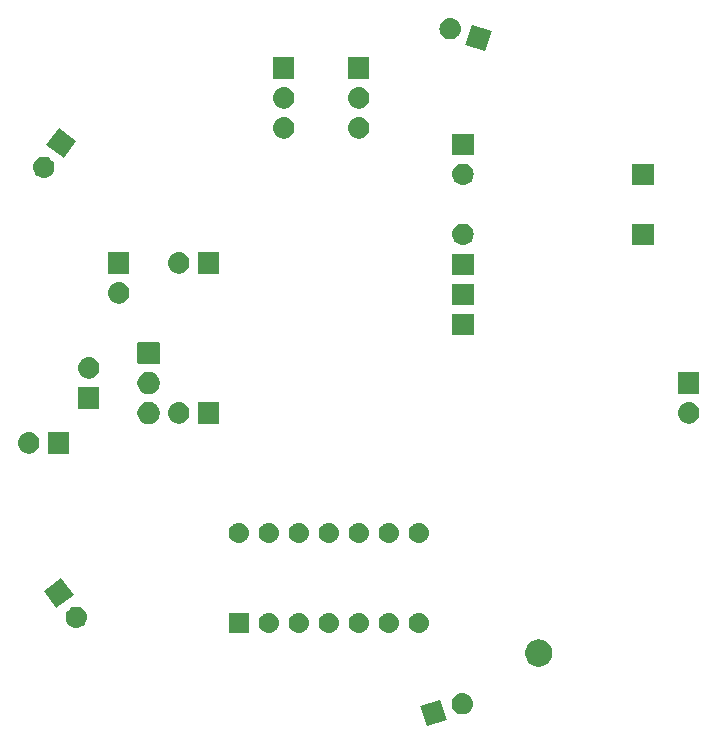
<source format=gts>
G04 #@! TF.GenerationSoftware,KiCad,Pcbnew,(5.1.4)-1*
G04 #@! TF.CreationDate,2021-11-17T10:26:50+00:00*
G04 #@! TF.ProjectId,3Pi_IRComms_v1,3350695f-4952-4436-9f6d-6d735f76312e,rev?*
G04 #@! TF.SameCoordinates,Original*
G04 #@! TF.FileFunction,Soldermask,Top*
G04 #@! TF.FilePolarity,Negative*
%FSLAX46Y46*%
G04 Gerber Fmt 4.6, Leading zero omitted, Abs format (unit mm)*
G04 Created by KiCad (PCBNEW (5.1.4)-1) date 2021-11-17 10:26:50*
%MOMM*%
%LPD*%
G04 APERTURE LIST*
%ADD10C,0.150000*%
G04 APERTURE END LIST*
D10*
G36*
X114165326Y-121228478D02*
G01*
X112451522Y-121785326D01*
X111894674Y-120071522D01*
X113608478Y-119514674D01*
X114165326Y-121228478D01*
X114165326Y-121228478D01*
G37*
G36*
X115556127Y-118970616D02*
G01*
X115622311Y-118977134D01*
X115792150Y-119028654D01*
X115948675Y-119112319D01*
X115984413Y-119141649D01*
X116085870Y-119224911D01*
X116169132Y-119326368D01*
X116198462Y-119362106D01*
X116282127Y-119518631D01*
X116333647Y-119688470D01*
X116351043Y-119865097D01*
X116333647Y-120041724D01*
X116282127Y-120211563D01*
X116198462Y-120368088D01*
X116169132Y-120403826D01*
X116085870Y-120505283D01*
X115984413Y-120588545D01*
X115948675Y-120617875D01*
X115792150Y-120701540D01*
X115622311Y-120753060D01*
X115556127Y-120759578D01*
X115489944Y-120766097D01*
X115401424Y-120766097D01*
X115335241Y-120759578D01*
X115269057Y-120753060D01*
X115099218Y-120701540D01*
X114942693Y-120617875D01*
X114906955Y-120588545D01*
X114805498Y-120505283D01*
X114722236Y-120403826D01*
X114692906Y-120368088D01*
X114609241Y-120211563D01*
X114557721Y-120041724D01*
X114540325Y-119865097D01*
X114557721Y-119688470D01*
X114609241Y-119518631D01*
X114692906Y-119362106D01*
X114722236Y-119326368D01*
X114805498Y-119224911D01*
X114906955Y-119141649D01*
X114942693Y-119112319D01*
X115099218Y-119028654D01*
X115269057Y-118977134D01*
X115335241Y-118970616D01*
X115401424Y-118964097D01*
X115489944Y-118964097D01*
X115556127Y-118970616D01*
X115556127Y-118970616D01*
G37*
G36*
X122144549Y-114441116D02*
G01*
X122255734Y-114463232D01*
X122465203Y-114549997D01*
X122653720Y-114675960D01*
X122814040Y-114836280D01*
X122940003Y-115024797D01*
X123026768Y-115234266D01*
X123071000Y-115456636D01*
X123071000Y-115683364D01*
X123026768Y-115905734D01*
X122940003Y-116115203D01*
X122814040Y-116303720D01*
X122653720Y-116464040D01*
X122465203Y-116590003D01*
X122255734Y-116676768D01*
X122144549Y-116698884D01*
X122033365Y-116721000D01*
X121806635Y-116721000D01*
X121695451Y-116698884D01*
X121584266Y-116676768D01*
X121374797Y-116590003D01*
X121186280Y-116464040D01*
X121025960Y-116303720D01*
X120899997Y-116115203D01*
X120813232Y-115905734D01*
X120769000Y-115683364D01*
X120769000Y-115456636D01*
X120813232Y-115234266D01*
X120899997Y-115024797D01*
X121025960Y-114836280D01*
X121186280Y-114675960D01*
X121374797Y-114549997D01*
X121584266Y-114463232D01*
X121695451Y-114441116D01*
X121806635Y-114419000D01*
X122033365Y-114419000D01*
X122144549Y-114441116D01*
X122144549Y-114441116D01*
G37*
G36*
X104306823Y-112191313D02*
G01*
X104467242Y-112239976D01*
X104599906Y-112310886D01*
X104615078Y-112318996D01*
X104744659Y-112425341D01*
X104851004Y-112554922D01*
X104851005Y-112554924D01*
X104930024Y-112702758D01*
X104930025Y-112702761D01*
X104939083Y-112732620D01*
X104978687Y-112863177D01*
X104995117Y-113030000D01*
X104978687Y-113196823D01*
X104930024Y-113357242D01*
X104859114Y-113489906D01*
X104851004Y-113505078D01*
X104744659Y-113634659D01*
X104615078Y-113741004D01*
X104615076Y-113741005D01*
X104467242Y-113820024D01*
X104306823Y-113868687D01*
X104181804Y-113881000D01*
X104098196Y-113881000D01*
X103973177Y-113868687D01*
X103812758Y-113820024D01*
X103664924Y-113741005D01*
X103664922Y-113741004D01*
X103535341Y-113634659D01*
X103428996Y-113505078D01*
X103420886Y-113489906D01*
X103349976Y-113357242D01*
X103301313Y-113196823D01*
X103284883Y-113030000D01*
X103301313Y-112863177D01*
X103340917Y-112732620D01*
X103349975Y-112702761D01*
X103349976Y-112702758D01*
X103428995Y-112554924D01*
X103428996Y-112554922D01*
X103535341Y-112425341D01*
X103664922Y-112318996D01*
X103680094Y-112310886D01*
X103812758Y-112239976D01*
X103973177Y-112191313D01*
X104098196Y-112179000D01*
X104181804Y-112179000D01*
X104306823Y-112191313D01*
X104306823Y-112191313D01*
G37*
G36*
X111926823Y-112191313D02*
G01*
X112087242Y-112239976D01*
X112219906Y-112310886D01*
X112235078Y-112318996D01*
X112364659Y-112425341D01*
X112471004Y-112554922D01*
X112471005Y-112554924D01*
X112550024Y-112702758D01*
X112550025Y-112702761D01*
X112559083Y-112732620D01*
X112598687Y-112863177D01*
X112615117Y-113030000D01*
X112598687Y-113196823D01*
X112550024Y-113357242D01*
X112479114Y-113489906D01*
X112471004Y-113505078D01*
X112364659Y-113634659D01*
X112235078Y-113741004D01*
X112235076Y-113741005D01*
X112087242Y-113820024D01*
X111926823Y-113868687D01*
X111801804Y-113881000D01*
X111718196Y-113881000D01*
X111593177Y-113868687D01*
X111432758Y-113820024D01*
X111284924Y-113741005D01*
X111284922Y-113741004D01*
X111155341Y-113634659D01*
X111048996Y-113505078D01*
X111040886Y-113489906D01*
X110969976Y-113357242D01*
X110921313Y-113196823D01*
X110904883Y-113030000D01*
X110921313Y-112863177D01*
X110960917Y-112732620D01*
X110969975Y-112702761D01*
X110969976Y-112702758D01*
X111048995Y-112554924D01*
X111048996Y-112554922D01*
X111155341Y-112425341D01*
X111284922Y-112318996D01*
X111300094Y-112310886D01*
X111432758Y-112239976D01*
X111593177Y-112191313D01*
X111718196Y-112179000D01*
X111801804Y-112179000D01*
X111926823Y-112191313D01*
X111926823Y-112191313D01*
G37*
G36*
X109386823Y-112191313D02*
G01*
X109547242Y-112239976D01*
X109679906Y-112310886D01*
X109695078Y-112318996D01*
X109824659Y-112425341D01*
X109931004Y-112554922D01*
X109931005Y-112554924D01*
X110010024Y-112702758D01*
X110010025Y-112702761D01*
X110019083Y-112732620D01*
X110058687Y-112863177D01*
X110075117Y-113030000D01*
X110058687Y-113196823D01*
X110010024Y-113357242D01*
X109939114Y-113489906D01*
X109931004Y-113505078D01*
X109824659Y-113634659D01*
X109695078Y-113741004D01*
X109695076Y-113741005D01*
X109547242Y-113820024D01*
X109386823Y-113868687D01*
X109261804Y-113881000D01*
X109178196Y-113881000D01*
X109053177Y-113868687D01*
X108892758Y-113820024D01*
X108744924Y-113741005D01*
X108744922Y-113741004D01*
X108615341Y-113634659D01*
X108508996Y-113505078D01*
X108500886Y-113489906D01*
X108429976Y-113357242D01*
X108381313Y-113196823D01*
X108364883Y-113030000D01*
X108381313Y-112863177D01*
X108420917Y-112732620D01*
X108429975Y-112702761D01*
X108429976Y-112702758D01*
X108508995Y-112554924D01*
X108508996Y-112554922D01*
X108615341Y-112425341D01*
X108744922Y-112318996D01*
X108760094Y-112310886D01*
X108892758Y-112239976D01*
X109053177Y-112191313D01*
X109178196Y-112179000D01*
X109261804Y-112179000D01*
X109386823Y-112191313D01*
X109386823Y-112191313D01*
G37*
G36*
X106846823Y-112191313D02*
G01*
X107007242Y-112239976D01*
X107139906Y-112310886D01*
X107155078Y-112318996D01*
X107284659Y-112425341D01*
X107391004Y-112554922D01*
X107391005Y-112554924D01*
X107470024Y-112702758D01*
X107470025Y-112702761D01*
X107479083Y-112732620D01*
X107518687Y-112863177D01*
X107535117Y-113030000D01*
X107518687Y-113196823D01*
X107470024Y-113357242D01*
X107399114Y-113489906D01*
X107391004Y-113505078D01*
X107284659Y-113634659D01*
X107155078Y-113741004D01*
X107155076Y-113741005D01*
X107007242Y-113820024D01*
X106846823Y-113868687D01*
X106721804Y-113881000D01*
X106638196Y-113881000D01*
X106513177Y-113868687D01*
X106352758Y-113820024D01*
X106204924Y-113741005D01*
X106204922Y-113741004D01*
X106075341Y-113634659D01*
X105968996Y-113505078D01*
X105960886Y-113489906D01*
X105889976Y-113357242D01*
X105841313Y-113196823D01*
X105824883Y-113030000D01*
X105841313Y-112863177D01*
X105880917Y-112732620D01*
X105889975Y-112702761D01*
X105889976Y-112702758D01*
X105968995Y-112554924D01*
X105968996Y-112554922D01*
X106075341Y-112425341D01*
X106204922Y-112318996D01*
X106220094Y-112310886D01*
X106352758Y-112239976D01*
X106513177Y-112191313D01*
X106638196Y-112179000D01*
X106721804Y-112179000D01*
X106846823Y-112191313D01*
X106846823Y-112191313D01*
G37*
G36*
X101766823Y-112191313D02*
G01*
X101927242Y-112239976D01*
X102059906Y-112310886D01*
X102075078Y-112318996D01*
X102204659Y-112425341D01*
X102311004Y-112554922D01*
X102311005Y-112554924D01*
X102390024Y-112702758D01*
X102390025Y-112702761D01*
X102399083Y-112732620D01*
X102438687Y-112863177D01*
X102455117Y-113030000D01*
X102438687Y-113196823D01*
X102390024Y-113357242D01*
X102319114Y-113489906D01*
X102311004Y-113505078D01*
X102204659Y-113634659D01*
X102075078Y-113741004D01*
X102075076Y-113741005D01*
X101927242Y-113820024D01*
X101766823Y-113868687D01*
X101641804Y-113881000D01*
X101558196Y-113881000D01*
X101433177Y-113868687D01*
X101272758Y-113820024D01*
X101124924Y-113741005D01*
X101124922Y-113741004D01*
X100995341Y-113634659D01*
X100888996Y-113505078D01*
X100880886Y-113489906D01*
X100809976Y-113357242D01*
X100761313Y-113196823D01*
X100744883Y-113030000D01*
X100761313Y-112863177D01*
X100800917Y-112732620D01*
X100809975Y-112702761D01*
X100809976Y-112702758D01*
X100888995Y-112554924D01*
X100888996Y-112554922D01*
X100995341Y-112425341D01*
X101124922Y-112318996D01*
X101140094Y-112310886D01*
X101272758Y-112239976D01*
X101433177Y-112191313D01*
X101558196Y-112179000D01*
X101641804Y-112179000D01*
X101766823Y-112191313D01*
X101766823Y-112191313D01*
G37*
G36*
X99226823Y-112191313D02*
G01*
X99387242Y-112239976D01*
X99519906Y-112310886D01*
X99535078Y-112318996D01*
X99664659Y-112425341D01*
X99771004Y-112554922D01*
X99771005Y-112554924D01*
X99850024Y-112702758D01*
X99850025Y-112702761D01*
X99859083Y-112732620D01*
X99898687Y-112863177D01*
X99915117Y-113030000D01*
X99898687Y-113196823D01*
X99850024Y-113357242D01*
X99779114Y-113489906D01*
X99771004Y-113505078D01*
X99664659Y-113634659D01*
X99535078Y-113741004D01*
X99535076Y-113741005D01*
X99387242Y-113820024D01*
X99226823Y-113868687D01*
X99101804Y-113881000D01*
X99018196Y-113881000D01*
X98893177Y-113868687D01*
X98732758Y-113820024D01*
X98584924Y-113741005D01*
X98584922Y-113741004D01*
X98455341Y-113634659D01*
X98348996Y-113505078D01*
X98340886Y-113489906D01*
X98269976Y-113357242D01*
X98221313Y-113196823D01*
X98204883Y-113030000D01*
X98221313Y-112863177D01*
X98260917Y-112732620D01*
X98269975Y-112702761D01*
X98269976Y-112702758D01*
X98348995Y-112554924D01*
X98348996Y-112554922D01*
X98455341Y-112425341D01*
X98584922Y-112318996D01*
X98600094Y-112310886D01*
X98732758Y-112239976D01*
X98893177Y-112191313D01*
X99018196Y-112179000D01*
X99101804Y-112179000D01*
X99226823Y-112191313D01*
X99226823Y-112191313D01*
G37*
G36*
X97371000Y-113881000D02*
G01*
X95669000Y-113881000D01*
X95669000Y-112179000D01*
X97371000Y-112179000D01*
X97371000Y-113881000D01*
X97371000Y-113881000D01*
G37*
G36*
X82883417Y-111650421D02*
G01*
X82949602Y-111656940D01*
X83119441Y-111708460D01*
X83275966Y-111792125D01*
X83311704Y-111821455D01*
X83413161Y-111904717D01*
X83496423Y-112006174D01*
X83525753Y-112041912D01*
X83609418Y-112198437D01*
X83660938Y-112368276D01*
X83678334Y-112544903D01*
X83660938Y-112721530D01*
X83609418Y-112891369D01*
X83525753Y-113047894D01*
X83496423Y-113083632D01*
X83413161Y-113185089D01*
X83311704Y-113268351D01*
X83275966Y-113297681D01*
X83119441Y-113381346D01*
X82949602Y-113432866D01*
X82883418Y-113439384D01*
X82817235Y-113445903D01*
X82728715Y-113445903D01*
X82662532Y-113439384D01*
X82596348Y-113432866D01*
X82426509Y-113381346D01*
X82269984Y-113297681D01*
X82234246Y-113268351D01*
X82132789Y-113185089D01*
X82049527Y-113083632D01*
X82020197Y-113047894D01*
X81936532Y-112891369D01*
X81885012Y-112721530D01*
X81867616Y-112544903D01*
X81885012Y-112368276D01*
X81936532Y-112198437D01*
X82020197Y-112041912D01*
X82049527Y-112006174D01*
X82132789Y-111904717D01*
X82234246Y-111821455D01*
X82269984Y-111792125D01*
X82426509Y-111708460D01*
X82596348Y-111656940D01*
X82662533Y-111650421D01*
X82728715Y-111643903D01*
X82817235Y-111643903D01*
X82883417Y-111650421D01*
X82883417Y-111650421D01*
G37*
G36*
X82538519Y-110689330D02*
G01*
X81080670Y-111748519D01*
X80021481Y-110290670D01*
X81479330Y-109231481D01*
X82538519Y-110689330D01*
X82538519Y-110689330D01*
G37*
G36*
X111926823Y-104571313D02*
G01*
X112087242Y-104619976D01*
X112219906Y-104690886D01*
X112235078Y-104698996D01*
X112364659Y-104805341D01*
X112471004Y-104934922D01*
X112471005Y-104934924D01*
X112550024Y-105082758D01*
X112598687Y-105243177D01*
X112615117Y-105410000D01*
X112598687Y-105576823D01*
X112550024Y-105737242D01*
X112479114Y-105869906D01*
X112471004Y-105885078D01*
X112364659Y-106014659D01*
X112235078Y-106121004D01*
X112235076Y-106121005D01*
X112087242Y-106200024D01*
X111926823Y-106248687D01*
X111801804Y-106261000D01*
X111718196Y-106261000D01*
X111593177Y-106248687D01*
X111432758Y-106200024D01*
X111284924Y-106121005D01*
X111284922Y-106121004D01*
X111155341Y-106014659D01*
X111048996Y-105885078D01*
X111040886Y-105869906D01*
X110969976Y-105737242D01*
X110921313Y-105576823D01*
X110904883Y-105410000D01*
X110921313Y-105243177D01*
X110969976Y-105082758D01*
X111048995Y-104934924D01*
X111048996Y-104934922D01*
X111155341Y-104805341D01*
X111284922Y-104698996D01*
X111300094Y-104690886D01*
X111432758Y-104619976D01*
X111593177Y-104571313D01*
X111718196Y-104559000D01*
X111801804Y-104559000D01*
X111926823Y-104571313D01*
X111926823Y-104571313D01*
G37*
G36*
X96686823Y-104571313D02*
G01*
X96847242Y-104619976D01*
X96979906Y-104690886D01*
X96995078Y-104698996D01*
X97124659Y-104805341D01*
X97231004Y-104934922D01*
X97231005Y-104934924D01*
X97310024Y-105082758D01*
X97358687Y-105243177D01*
X97375117Y-105410000D01*
X97358687Y-105576823D01*
X97310024Y-105737242D01*
X97239114Y-105869906D01*
X97231004Y-105885078D01*
X97124659Y-106014659D01*
X96995078Y-106121004D01*
X96995076Y-106121005D01*
X96847242Y-106200024D01*
X96686823Y-106248687D01*
X96561804Y-106261000D01*
X96478196Y-106261000D01*
X96353177Y-106248687D01*
X96192758Y-106200024D01*
X96044924Y-106121005D01*
X96044922Y-106121004D01*
X95915341Y-106014659D01*
X95808996Y-105885078D01*
X95800886Y-105869906D01*
X95729976Y-105737242D01*
X95681313Y-105576823D01*
X95664883Y-105410000D01*
X95681313Y-105243177D01*
X95729976Y-105082758D01*
X95808995Y-104934924D01*
X95808996Y-104934922D01*
X95915341Y-104805341D01*
X96044922Y-104698996D01*
X96060094Y-104690886D01*
X96192758Y-104619976D01*
X96353177Y-104571313D01*
X96478196Y-104559000D01*
X96561804Y-104559000D01*
X96686823Y-104571313D01*
X96686823Y-104571313D01*
G37*
G36*
X99226823Y-104571313D02*
G01*
X99387242Y-104619976D01*
X99519906Y-104690886D01*
X99535078Y-104698996D01*
X99664659Y-104805341D01*
X99771004Y-104934922D01*
X99771005Y-104934924D01*
X99850024Y-105082758D01*
X99898687Y-105243177D01*
X99915117Y-105410000D01*
X99898687Y-105576823D01*
X99850024Y-105737242D01*
X99779114Y-105869906D01*
X99771004Y-105885078D01*
X99664659Y-106014659D01*
X99535078Y-106121004D01*
X99535076Y-106121005D01*
X99387242Y-106200024D01*
X99226823Y-106248687D01*
X99101804Y-106261000D01*
X99018196Y-106261000D01*
X98893177Y-106248687D01*
X98732758Y-106200024D01*
X98584924Y-106121005D01*
X98584922Y-106121004D01*
X98455341Y-106014659D01*
X98348996Y-105885078D01*
X98340886Y-105869906D01*
X98269976Y-105737242D01*
X98221313Y-105576823D01*
X98204883Y-105410000D01*
X98221313Y-105243177D01*
X98269976Y-105082758D01*
X98348995Y-104934924D01*
X98348996Y-104934922D01*
X98455341Y-104805341D01*
X98584922Y-104698996D01*
X98600094Y-104690886D01*
X98732758Y-104619976D01*
X98893177Y-104571313D01*
X99018196Y-104559000D01*
X99101804Y-104559000D01*
X99226823Y-104571313D01*
X99226823Y-104571313D01*
G37*
G36*
X109386823Y-104571313D02*
G01*
X109547242Y-104619976D01*
X109679906Y-104690886D01*
X109695078Y-104698996D01*
X109824659Y-104805341D01*
X109931004Y-104934922D01*
X109931005Y-104934924D01*
X110010024Y-105082758D01*
X110058687Y-105243177D01*
X110075117Y-105410000D01*
X110058687Y-105576823D01*
X110010024Y-105737242D01*
X109939114Y-105869906D01*
X109931004Y-105885078D01*
X109824659Y-106014659D01*
X109695078Y-106121004D01*
X109695076Y-106121005D01*
X109547242Y-106200024D01*
X109386823Y-106248687D01*
X109261804Y-106261000D01*
X109178196Y-106261000D01*
X109053177Y-106248687D01*
X108892758Y-106200024D01*
X108744924Y-106121005D01*
X108744922Y-106121004D01*
X108615341Y-106014659D01*
X108508996Y-105885078D01*
X108500886Y-105869906D01*
X108429976Y-105737242D01*
X108381313Y-105576823D01*
X108364883Y-105410000D01*
X108381313Y-105243177D01*
X108429976Y-105082758D01*
X108508995Y-104934924D01*
X108508996Y-104934922D01*
X108615341Y-104805341D01*
X108744922Y-104698996D01*
X108760094Y-104690886D01*
X108892758Y-104619976D01*
X109053177Y-104571313D01*
X109178196Y-104559000D01*
X109261804Y-104559000D01*
X109386823Y-104571313D01*
X109386823Y-104571313D01*
G37*
G36*
X101766823Y-104571313D02*
G01*
X101927242Y-104619976D01*
X102059906Y-104690886D01*
X102075078Y-104698996D01*
X102204659Y-104805341D01*
X102311004Y-104934922D01*
X102311005Y-104934924D01*
X102390024Y-105082758D01*
X102438687Y-105243177D01*
X102455117Y-105410000D01*
X102438687Y-105576823D01*
X102390024Y-105737242D01*
X102319114Y-105869906D01*
X102311004Y-105885078D01*
X102204659Y-106014659D01*
X102075078Y-106121004D01*
X102075076Y-106121005D01*
X101927242Y-106200024D01*
X101766823Y-106248687D01*
X101641804Y-106261000D01*
X101558196Y-106261000D01*
X101433177Y-106248687D01*
X101272758Y-106200024D01*
X101124924Y-106121005D01*
X101124922Y-106121004D01*
X100995341Y-106014659D01*
X100888996Y-105885078D01*
X100880886Y-105869906D01*
X100809976Y-105737242D01*
X100761313Y-105576823D01*
X100744883Y-105410000D01*
X100761313Y-105243177D01*
X100809976Y-105082758D01*
X100888995Y-104934924D01*
X100888996Y-104934922D01*
X100995341Y-104805341D01*
X101124922Y-104698996D01*
X101140094Y-104690886D01*
X101272758Y-104619976D01*
X101433177Y-104571313D01*
X101558196Y-104559000D01*
X101641804Y-104559000D01*
X101766823Y-104571313D01*
X101766823Y-104571313D01*
G37*
G36*
X106846823Y-104571313D02*
G01*
X107007242Y-104619976D01*
X107139906Y-104690886D01*
X107155078Y-104698996D01*
X107284659Y-104805341D01*
X107391004Y-104934922D01*
X107391005Y-104934924D01*
X107470024Y-105082758D01*
X107518687Y-105243177D01*
X107535117Y-105410000D01*
X107518687Y-105576823D01*
X107470024Y-105737242D01*
X107399114Y-105869906D01*
X107391004Y-105885078D01*
X107284659Y-106014659D01*
X107155078Y-106121004D01*
X107155076Y-106121005D01*
X107007242Y-106200024D01*
X106846823Y-106248687D01*
X106721804Y-106261000D01*
X106638196Y-106261000D01*
X106513177Y-106248687D01*
X106352758Y-106200024D01*
X106204924Y-106121005D01*
X106204922Y-106121004D01*
X106075341Y-106014659D01*
X105968996Y-105885078D01*
X105960886Y-105869906D01*
X105889976Y-105737242D01*
X105841313Y-105576823D01*
X105824883Y-105410000D01*
X105841313Y-105243177D01*
X105889976Y-105082758D01*
X105968995Y-104934924D01*
X105968996Y-104934922D01*
X106075341Y-104805341D01*
X106204922Y-104698996D01*
X106220094Y-104690886D01*
X106352758Y-104619976D01*
X106513177Y-104571313D01*
X106638196Y-104559000D01*
X106721804Y-104559000D01*
X106846823Y-104571313D01*
X106846823Y-104571313D01*
G37*
G36*
X104306823Y-104571313D02*
G01*
X104467242Y-104619976D01*
X104599906Y-104690886D01*
X104615078Y-104698996D01*
X104744659Y-104805341D01*
X104851004Y-104934922D01*
X104851005Y-104934924D01*
X104930024Y-105082758D01*
X104978687Y-105243177D01*
X104995117Y-105410000D01*
X104978687Y-105576823D01*
X104930024Y-105737242D01*
X104859114Y-105869906D01*
X104851004Y-105885078D01*
X104744659Y-106014659D01*
X104615078Y-106121004D01*
X104615076Y-106121005D01*
X104467242Y-106200024D01*
X104306823Y-106248687D01*
X104181804Y-106261000D01*
X104098196Y-106261000D01*
X103973177Y-106248687D01*
X103812758Y-106200024D01*
X103664924Y-106121005D01*
X103664922Y-106121004D01*
X103535341Y-106014659D01*
X103428996Y-105885078D01*
X103420886Y-105869906D01*
X103349976Y-105737242D01*
X103301313Y-105576823D01*
X103284883Y-105410000D01*
X103301313Y-105243177D01*
X103349976Y-105082758D01*
X103428995Y-104934924D01*
X103428996Y-104934922D01*
X103535341Y-104805341D01*
X103664922Y-104698996D01*
X103680094Y-104690886D01*
X103812758Y-104619976D01*
X103973177Y-104571313D01*
X104098196Y-104559000D01*
X104181804Y-104559000D01*
X104306823Y-104571313D01*
X104306823Y-104571313D01*
G37*
G36*
X82181000Y-98691000D02*
G01*
X80379000Y-98691000D01*
X80379000Y-96889000D01*
X82181000Y-96889000D01*
X82181000Y-98691000D01*
X82181000Y-98691000D01*
G37*
G36*
X78850442Y-96895518D02*
G01*
X78916627Y-96902037D01*
X79086466Y-96953557D01*
X79242991Y-97037222D01*
X79278729Y-97066552D01*
X79380186Y-97149814D01*
X79463448Y-97251271D01*
X79492778Y-97287009D01*
X79576443Y-97443534D01*
X79627963Y-97613373D01*
X79645359Y-97790000D01*
X79627963Y-97966627D01*
X79576443Y-98136466D01*
X79492778Y-98292991D01*
X79463448Y-98328729D01*
X79380186Y-98430186D01*
X79278729Y-98513448D01*
X79242991Y-98542778D01*
X79086466Y-98626443D01*
X78916627Y-98677963D01*
X78850442Y-98684482D01*
X78784260Y-98691000D01*
X78695740Y-98691000D01*
X78629558Y-98684482D01*
X78563373Y-98677963D01*
X78393534Y-98626443D01*
X78237009Y-98542778D01*
X78201271Y-98513448D01*
X78099814Y-98430186D01*
X78016552Y-98328729D01*
X77987222Y-98292991D01*
X77903557Y-98136466D01*
X77852037Y-97966627D01*
X77834641Y-97790000D01*
X77852037Y-97613373D01*
X77903557Y-97443534D01*
X77987222Y-97287009D01*
X78016552Y-97251271D01*
X78099814Y-97149814D01*
X78201271Y-97066552D01*
X78237009Y-97037222D01*
X78393534Y-96953557D01*
X78563373Y-96902037D01*
X78629558Y-96895518D01*
X78695740Y-96889000D01*
X78784260Y-96889000D01*
X78850442Y-96895518D01*
X78850442Y-96895518D01*
G37*
G36*
X89177395Y-94335546D02*
G01*
X89350466Y-94407234D01*
X89427818Y-94458919D01*
X89506227Y-94511310D01*
X89638690Y-94643773D01*
X89638691Y-94643775D01*
X89742766Y-94799534D01*
X89814454Y-94972605D01*
X89851000Y-95156333D01*
X89851000Y-95343667D01*
X89814454Y-95527395D01*
X89742766Y-95700466D01*
X89742765Y-95700467D01*
X89638690Y-95856227D01*
X89506227Y-95988690D01*
X89485141Y-96002779D01*
X89350466Y-96092766D01*
X89177395Y-96164454D01*
X88993667Y-96201000D01*
X88806333Y-96201000D01*
X88622605Y-96164454D01*
X88449534Y-96092766D01*
X88314859Y-96002779D01*
X88293773Y-95988690D01*
X88161310Y-95856227D01*
X88057235Y-95700467D01*
X88057234Y-95700466D01*
X87985546Y-95527395D01*
X87949000Y-95343667D01*
X87949000Y-95156333D01*
X87985546Y-94972605D01*
X88057234Y-94799534D01*
X88161309Y-94643775D01*
X88161310Y-94643773D01*
X88293773Y-94511310D01*
X88372182Y-94458919D01*
X88449534Y-94407234D01*
X88622605Y-94335546D01*
X88806333Y-94299000D01*
X88993667Y-94299000D01*
X89177395Y-94335546D01*
X89177395Y-94335546D01*
G37*
G36*
X94881000Y-96151000D02*
G01*
X93079000Y-96151000D01*
X93079000Y-94349000D01*
X94881000Y-94349000D01*
X94881000Y-96151000D01*
X94881000Y-96151000D01*
G37*
G36*
X134730442Y-94355518D02*
G01*
X134796627Y-94362037D01*
X134966466Y-94413557D01*
X135122991Y-94497222D01*
X135140156Y-94511309D01*
X135260186Y-94609814D01*
X135343448Y-94711271D01*
X135372778Y-94747009D01*
X135456443Y-94903534D01*
X135507963Y-95073373D01*
X135525359Y-95250000D01*
X135507963Y-95426627D01*
X135456443Y-95596466D01*
X135372778Y-95752991D01*
X135343448Y-95788729D01*
X135260186Y-95890186D01*
X135158729Y-95973448D01*
X135122991Y-96002778D01*
X134966466Y-96086443D01*
X134796627Y-96137963D01*
X134730443Y-96144481D01*
X134664260Y-96151000D01*
X134575740Y-96151000D01*
X134509558Y-96144482D01*
X134443373Y-96137963D01*
X134273534Y-96086443D01*
X134117009Y-96002778D01*
X134081271Y-95973448D01*
X133979814Y-95890186D01*
X133896552Y-95788729D01*
X133867222Y-95752991D01*
X133783557Y-95596466D01*
X133732037Y-95426627D01*
X133714641Y-95250000D01*
X133732037Y-95073373D01*
X133783557Y-94903534D01*
X133867222Y-94747009D01*
X133896552Y-94711271D01*
X133979814Y-94609814D01*
X134099844Y-94511309D01*
X134117009Y-94497222D01*
X134273534Y-94413557D01*
X134443373Y-94362037D01*
X134509557Y-94355519D01*
X134575740Y-94349000D01*
X134664260Y-94349000D01*
X134730442Y-94355518D01*
X134730442Y-94355518D01*
G37*
G36*
X91550442Y-94355518D02*
G01*
X91616627Y-94362037D01*
X91786466Y-94413557D01*
X91942991Y-94497222D01*
X91960156Y-94511309D01*
X92080186Y-94609814D01*
X92163448Y-94711271D01*
X92192778Y-94747009D01*
X92276443Y-94903534D01*
X92327963Y-95073373D01*
X92345359Y-95250000D01*
X92327963Y-95426627D01*
X92276443Y-95596466D01*
X92192778Y-95752991D01*
X92163448Y-95788729D01*
X92080186Y-95890186D01*
X91978729Y-95973448D01*
X91942991Y-96002778D01*
X91786466Y-96086443D01*
X91616627Y-96137963D01*
X91550442Y-96144482D01*
X91484260Y-96151000D01*
X91395740Y-96151000D01*
X91329558Y-96144482D01*
X91263373Y-96137963D01*
X91093534Y-96086443D01*
X90937009Y-96002778D01*
X90901271Y-95973448D01*
X90799814Y-95890186D01*
X90716552Y-95788729D01*
X90687222Y-95752991D01*
X90603557Y-95596466D01*
X90552037Y-95426627D01*
X90534641Y-95250000D01*
X90552037Y-95073373D01*
X90603557Y-94903534D01*
X90687222Y-94747009D01*
X90716552Y-94711271D01*
X90799814Y-94609814D01*
X90919844Y-94511309D01*
X90937009Y-94497222D01*
X91093534Y-94413557D01*
X91263373Y-94362037D01*
X91329558Y-94355518D01*
X91395740Y-94349000D01*
X91484260Y-94349000D01*
X91550442Y-94355518D01*
X91550442Y-94355518D01*
G37*
G36*
X84721000Y-94881000D02*
G01*
X82919000Y-94881000D01*
X82919000Y-93079000D01*
X84721000Y-93079000D01*
X84721000Y-94881000D01*
X84721000Y-94881000D01*
G37*
G36*
X89177395Y-91795546D02*
G01*
X89350466Y-91867234D01*
X89350467Y-91867235D01*
X89506227Y-91971310D01*
X89638690Y-92103773D01*
X89638691Y-92103775D01*
X89742766Y-92259534D01*
X89814454Y-92432605D01*
X89851000Y-92616333D01*
X89851000Y-92803667D01*
X89814454Y-92987395D01*
X89742766Y-93160466D01*
X89742765Y-93160467D01*
X89638690Y-93316227D01*
X89506227Y-93448690D01*
X89427818Y-93501081D01*
X89350466Y-93552766D01*
X89177395Y-93624454D01*
X88993667Y-93661000D01*
X88806333Y-93661000D01*
X88622605Y-93624454D01*
X88449534Y-93552766D01*
X88372182Y-93501081D01*
X88293773Y-93448690D01*
X88161310Y-93316227D01*
X88057235Y-93160467D01*
X88057234Y-93160466D01*
X87985546Y-92987395D01*
X87949000Y-92803667D01*
X87949000Y-92616333D01*
X87985546Y-92432605D01*
X88057234Y-92259534D01*
X88161309Y-92103775D01*
X88161310Y-92103773D01*
X88293773Y-91971310D01*
X88449533Y-91867235D01*
X88449534Y-91867234D01*
X88622605Y-91795546D01*
X88806333Y-91759000D01*
X88993667Y-91759000D01*
X89177395Y-91795546D01*
X89177395Y-91795546D01*
G37*
G36*
X135521000Y-93611000D02*
G01*
X133719000Y-93611000D01*
X133719000Y-91809000D01*
X135521000Y-91809000D01*
X135521000Y-93611000D01*
X135521000Y-93611000D01*
G37*
G36*
X83930443Y-90545519D02*
G01*
X83996627Y-90552037D01*
X84166466Y-90603557D01*
X84322991Y-90687222D01*
X84358729Y-90716552D01*
X84460186Y-90799814D01*
X84508367Y-90858524D01*
X84572778Y-90937009D01*
X84656443Y-91093534D01*
X84707963Y-91263373D01*
X84725359Y-91440000D01*
X84707963Y-91616627D01*
X84656443Y-91786466D01*
X84572778Y-91942991D01*
X84549538Y-91971309D01*
X84460186Y-92080186D01*
X84358729Y-92163448D01*
X84322991Y-92192778D01*
X84166466Y-92276443D01*
X83996627Y-92327963D01*
X83930443Y-92334481D01*
X83864260Y-92341000D01*
X83775740Y-92341000D01*
X83709557Y-92334481D01*
X83643373Y-92327963D01*
X83473534Y-92276443D01*
X83317009Y-92192778D01*
X83281271Y-92163448D01*
X83179814Y-92080186D01*
X83090462Y-91971309D01*
X83067222Y-91942991D01*
X82983557Y-91786466D01*
X82932037Y-91616627D01*
X82914641Y-91440000D01*
X82932037Y-91263373D01*
X82983557Y-91093534D01*
X83067222Y-90937009D01*
X83131633Y-90858524D01*
X83179814Y-90799814D01*
X83281271Y-90716552D01*
X83317009Y-90687222D01*
X83473534Y-90603557D01*
X83643373Y-90552037D01*
X83709557Y-90545519D01*
X83775740Y-90539000D01*
X83864260Y-90539000D01*
X83930443Y-90545519D01*
X83930443Y-90545519D01*
G37*
G36*
X89712457Y-89222897D02*
G01*
X89744602Y-89232649D01*
X89774230Y-89248485D01*
X89800201Y-89269799D01*
X89821515Y-89295770D01*
X89837351Y-89325398D01*
X89847103Y-89357543D01*
X89851000Y-89397114D01*
X89851000Y-90942886D01*
X89847103Y-90982457D01*
X89837351Y-91014602D01*
X89821515Y-91044230D01*
X89800201Y-91070201D01*
X89774230Y-91091515D01*
X89744602Y-91107351D01*
X89712457Y-91117103D01*
X89672886Y-91121000D01*
X88127114Y-91121000D01*
X88087543Y-91117103D01*
X88055398Y-91107351D01*
X88025770Y-91091515D01*
X87999799Y-91070201D01*
X87978485Y-91044230D01*
X87962649Y-91014602D01*
X87952897Y-90982457D01*
X87949000Y-90942886D01*
X87949000Y-89397114D01*
X87952897Y-89357543D01*
X87962649Y-89325398D01*
X87978485Y-89295770D01*
X87999799Y-89269799D01*
X88025770Y-89248485D01*
X88055398Y-89232649D01*
X88087543Y-89222897D01*
X88127114Y-89219000D01*
X89672886Y-89219000D01*
X89712457Y-89222897D01*
X89712457Y-89222897D01*
G37*
G36*
X116411000Y-87699600D02*
G01*
X116411602Y-87711852D01*
X116415359Y-87750000D01*
X116411602Y-87788148D01*
X116411000Y-87800400D01*
X116411000Y-88651000D01*
X114609000Y-88651000D01*
X114609000Y-87800400D01*
X114608398Y-87788148D01*
X114604641Y-87750000D01*
X114608398Y-87711852D01*
X114609000Y-87699600D01*
X114609000Y-86849000D01*
X116411000Y-86849000D01*
X116411000Y-87699600D01*
X116411000Y-87699600D01*
G37*
G36*
X116411000Y-86111000D02*
G01*
X114609000Y-86111000D01*
X114609000Y-84309000D01*
X116411000Y-84309000D01*
X116411000Y-86111000D01*
X116411000Y-86111000D01*
G37*
G36*
X86470442Y-84195518D02*
G01*
X86536627Y-84202037D01*
X86706466Y-84253557D01*
X86862991Y-84337222D01*
X86898729Y-84366552D01*
X87000186Y-84449814D01*
X87083448Y-84551271D01*
X87112778Y-84587009D01*
X87196443Y-84743534D01*
X87247963Y-84913373D01*
X87265359Y-85090000D01*
X87247963Y-85266627D01*
X87196443Y-85436466D01*
X87112778Y-85592991D01*
X87083448Y-85628729D01*
X87000186Y-85730186D01*
X86898729Y-85813448D01*
X86862991Y-85842778D01*
X86706466Y-85926443D01*
X86536627Y-85977963D01*
X86470442Y-85984482D01*
X86404260Y-85991000D01*
X86315740Y-85991000D01*
X86249558Y-85984482D01*
X86183373Y-85977963D01*
X86013534Y-85926443D01*
X85857009Y-85842778D01*
X85821271Y-85813448D01*
X85719814Y-85730186D01*
X85636552Y-85628729D01*
X85607222Y-85592991D01*
X85523557Y-85436466D01*
X85472037Y-85266627D01*
X85454641Y-85090000D01*
X85472037Y-84913373D01*
X85523557Y-84743534D01*
X85607222Y-84587009D01*
X85636552Y-84551271D01*
X85719814Y-84449814D01*
X85821271Y-84366552D01*
X85857009Y-84337222D01*
X86013534Y-84253557D01*
X86183373Y-84202037D01*
X86249558Y-84195518D01*
X86315740Y-84189000D01*
X86404260Y-84189000D01*
X86470442Y-84195518D01*
X86470442Y-84195518D01*
G37*
G36*
X116411000Y-83571000D02*
G01*
X114609000Y-83571000D01*
X114609000Y-81769000D01*
X116411000Y-81769000D01*
X116411000Y-83571000D01*
X116411000Y-83571000D01*
G37*
G36*
X94881000Y-83451000D02*
G01*
X93079000Y-83451000D01*
X93079000Y-81649000D01*
X94881000Y-81649000D01*
X94881000Y-83451000D01*
X94881000Y-83451000D01*
G37*
G36*
X91550443Y-81655519D02*
G01*
X91616627Y-81662037D01*
X91786466Y-81713557D01*
X91942991Y-81797222D01*
X91978729Y-81826552D01*
X92080186Y-81909814D01*
X92163448Y-82011271D01*
X92192778Y-82047009D01*
X92276443Y-82203534D01*
X92327963Y-82373373D01*
X92345359Y-82550000D01*
X92327963Y-82726627D01*
X92276443Y-82896466D01*
X92192778Y-83052991D01*
X92163448Y-83088729D01*
X92080186Y-83190186D01*
X91978729Y-83273448D01*
X91942991Y-83302778D01*
X91786466Y-83386443D01*
X91616627Y-83437963D01*
X91550443Y-83444481D01*
X91484260Y-83451000D01*
X91395740Y-83451000D01*
X91329557Y-83444481D01*
X91263373Y-83437963D01*
X91093534Y-83386443D01*
X90937009Y-83302778D01*
X90901271Y-83273448D01*
X90799814Y-83190186D01*
X90716552Y-83088729D01*
X90687222Y-83052991D01*
X90603557Y-82896466D01*
X90552037Y-82726627D01*
X90534641Y-82550000D01*
X90552037Y-82373373D01*
X90603557Y-82203534D01*
X90687222Y-82047009D01*
X90716552Y-82011271D01*
X90799814Y-81909814D01*
X90901271Y-81826552D01*
X90937009Y-81797222D01*
X91093534Y-81713557D01*
X91263373Y-81662037D01*
X91329557Y-81655519D01*
X91395740Y-81649000D01*
X91484260Y-81649000D01*
X91550443Y-81655519D01*
X91550443Y-81655519D01*
G37*
G36*
X87261000Y-83451000D02*
G01*
X85459000Y-83451000D01*
X85459000Y-81649000D01*
X87261000Y-81649000D01*
X87261000Y-83451000D01*
X87261000Y-83451000D01*
G37*
G36*
X115620443Y-79235519D02*
G01*
X115686627Y-79242037D01*
X115856466Y-79293557D01*
X116012991Y-79377222D01*
X116048729Y-79406552D01*
X116150186Y-79489814D01*
X116233448Y-79591271D01*
X116262778Y-79627009D01*
X116346443Y-79783534D01*
X116397963Y-79953373D01*
X116415359Y-80130000D01*
X116397963Y-80306627D01*
X116346443Y-80476466D01*
X116262778Y-80632991D01*
X116233448Y-80668729D01*
X116150186Y-80770186D01*
X116048729Y-80853448D01*
X116012991Y-80882778D01*
X115856466Y-80966443D01*
X115686627Y-81017963D01*
X115620442Y-81024482D01*
X115554260Y-81031000D01*
X115465740Y-81031000D01*
X115399558Y-81024482D01*
X115333373Y-81017963D01*
X115163534Y-80966443D01*
X115007009Y-80882778D01*
X114971271Y-80853448D01*
X114869814Y-80770186D01*
X114786552Y-80668729D01*
X114757222Y-80632991D01*
X114673557Y-80476466D01*
X114622037Y-80306627D01*
X114604641Y-80130000D01*
X114622037Y-79953373D01*
X114673557Y-79783534D01*
X114757222Y-79627009D01*
X114786552Y-79591271D01*
X114869814Y-79489814D01*
X114971271Y-79406552D01*
X115007009Y-79377222D01*
X115163534Y-79293557D01*
X115333373Y-79242037D01*
X115399557Y-79235519D01*
X115465740Y-79229000D01*
X115554260Y-79229000D01*
X115620443Y-79235519D01*
X115620443Y-79235519D01*
G37*
G36*
X131651000Y-81031000D02*
G01*
X129849000Y-81031000D01*
X129849000Y-79229000D01*
X131651000Y-79229000D01*
X131651000Y-81031000D01*
X131651000Y-81031000D01*
G37*
G36*
X115620442Y-74155518D02*
G01*
X115686627Y-74162037D01*
X115856466Y-74213557D01*
X116012991Y-74297222D01*
X116048729Y-74326552D01*
X116150186Y-74409814D01*
X116233448Y-74511271D01*
X116262778Y-74547009D01*
X116346443Y-74703534D01*
X116397963Y-74873373D01*
X116415359Y-75050000D01*
X116397963Y-75226627D01*
X116346443Y-75396466D01*
X116262778Y-75552991D01*
X116233448Y-75588729D01*
X116150186Y-75690186D01*
X116048729Y-75773448D01*
X116012991Y-75802778D01*
X115856466Y-75886443D01*
X115686627Y-75937963D01*
X115620442Y-75944482D01*
X115554260Y-75951000D01*
X115465740Y-75951000D01*
X115399558Y-75944482D01*
X115333373Y-75937963D01*
X115163534Y-75886443D01*
X115007009Y-75802778D01*
X114971271Y-75773448D01*
X114869814Y-75690186D01*
X114786552Y-75588729D01*
X114757222Y-75552991D01*
X114673557Y-75396466D01*
X114622037Y-75226627D01*
X114604641Y-75050000D01*
X114622037Y-74873373D01*
X114673557Y-74703534D01*
X114757222Y-74547009D01*
X114786552Y-74511271D01*
X114869814Y-74409814D01*
X114971271Y-74326552D01*
X115007009Y-74297222D01*
X115163534Y-74213557D01*
X115333373Y-74162037D01*
X115399558Y-74155518D01*
X115465740Y-74149000D01*
X115554260Y-74149000D01*
X115620442Y-74155518D01*
X115620442Y-74155518D01*
G37*
G36*
X131651000Y-75951000D02*
G01*
X129849000Y-75951000D01*
X129849000Y-74149000D01*
X131651000Y-74149000D01*
X131651000Y-75951000D01*
X131651000Y-75951000D01*
G37*
G36*
X80120443Y-73550422D02*
G01*
X80186627Y-73556940D01*
X80356466Y-73608460D01*
X80512991Y-73692125D01*
X80548729Y-73721455D01*
X80650186Y-73804717D01*
X80733448Y-73906174D01*
X80762778Y-73941912D01*
X80846443Y-74098437D01*
X80897963Y-74268276D01*
X80915359Y-74444903D01*
X80897963Y-74621530D01*
X80846443Y-74791369D01*
X80762778Y-74947894D01*
X80733448Y-74983632D01*
X80650186Y-75085089D01*
X80548729Y-75168351D01*
X80512991Y-75197681D01*
X80356466Y-75281346D01*
X80186627Y-75332866D01*
X80120442Y-75339385D01*
X80054260Y-75345903D01*
X79965740Y-75345903D01*
X79899558Y-75339385D01*
X79833373Y-75332866D01*
X79663534Y-75281346D01*
X79507009Y-75197681D01*
X79471271Y-75168351D01*
X79369814Y-75085089D01*
X79286552Y-74983632D01*
X79257222Y-74947894D01*
X79173557Y-74791369D01*
X79122037Y-74621530D01*
X79104641Y-74444903D01*
X79122037Y-74268276D01*
X79173557Y-74098437D01*
X79257222Y-73941912D01*
X79286552Y-73906174D01*
X79369814Y-73804717D01*
X79471271Y-73721455D01*
X79507009Y-73692125D01*
X79663534Y-73608460D01*
X79833373Y-73556940D01*
X79899557Y-73550422D01*
X79965740Y-73543903D01*
X80054260Y-73543903D01*
X80120443Y-73550422D01*
X80120443Y-73550422D01*
G37*
G36*
X82761494Y-72190670D02*
G01*
X81702305Y-73648519D01*
X80244456Y-72589330D01*
X81303645Y-71131481D01*
X82761494Y-72190670D01*
X82761494Y-72190670D01*
G37*
G36*
X116411000Y-73411000D02*
G01*
X114609000Y-73411000D01*
X114609000Y-71609000D01*
X116411000Y-71609000D01*
X116411000Y-73411000D01*
X116411000Y-73411000D01*
G37*
G36*
X106790442Y-70225518D02*
G01*
X106856627Y-70232037D01*
X107026466Y-70283557D01*
X107182991Y-70367222D01*
X107218729Y-70396552D01*
X107320186Y-70479814D01*
X107403448Y-70581271D01*
X107432778Y-70617009D01*
X107516443Y-70773534D01*
X107567963Y-70943373D01*
X107585359Y-71120000D01*
X107567963Y-71296627D01*
X107516443Y-71466466D01*
X107432778Y-71622991D01*
X107403448Y-71658729D01*
X107320186Y-71760186D01*
X107218729Y-71843448D01*
X107182991Y-71872778D01*
X107026466Y-71956443D01*
X106856627Y-72007963D01*
X106790443Y-72014481D01*
X106724260Y-72021000D01*
X106635740Y-72021000D01*
X106569557Y-72014481D01*
X106503373Y-72007963D01*
X106333534Y-71956443D01*
X106177009Y-71872778D01*
X106141271Y-71843448D01*
X106039814Y-71760186D01*
X105956552Y-71658729D01*
X105927222Y-71622991D01*
X105843557Y-71466466D01*
X105792037Y-71296627D01*
X105774641Y-71120000D01*
X105792037Y-70943373D01*
X105843557Y-70773534D01*
X105927222Y-70617009D01*
X105956552Y-70581271D01*
X106039814Y-70479814D01*
X106141271Y-70396552D01*
X106177009Y-70367222D01*
X106333534Y-70283557D01*
X106503373Y-70232037D01*
X106569558Y-70225518D01*
X106635740Y-70219000D01*
X106724260Y-70219000D01*
X106790442Y-70225518D01*
X106790442Y-70225518D01*
G37*
G36*
X100440442Y-70225518D02*
G01*
X100506627Y-70232037D01*
X100676466Y-70283557D01*
X100832991Y-70367222D01*
X100868729Y-70396552D01*
X100970186Y-70479814D01*
X101053448Y-70581271D01*
X101082778Y-70617009D01*
X101166443Y-70773534D01*
X101217963Y-70943373D01*
X101235359Y-71120000D01*
X101217963Y-71296627D01*
X101166443Y-71466466D01*
X101082778Y-71622991D01*
X101053448Y-71658729D01*
X100970186Y-71760186D01*
X100868729Y-71843448D01*
X100832991Y-71872778D01*
X100676466Y-71956443D01*
X100506627Y-72007963D01*
X100440443Y-72014481D01*
X100374260Y-72021000D01*
X100285740Y-72021000D01*
X100219557Y-72014481D01*
X100153373Y-72007963D01*
X99983534Y-71956443D01*
X99827009Y-71872778D01*
X99791271Y-71843448D01*
X99689814Y-71760186D01*
X99606552Y-71658729D01*
X99577222Y-71622991D01*
X99493557Y-71466466D01*
X99442037Y-71296627D01*
X99424641Y-71120000D01*
X99442037Y-70943373D01*
X99493557Y-70773534D01*
X99577222Y-70617009D01*
X99606552Y-70581271D01*
X99689814Y-70479814D01*
X99791271Y-70396552D01*
X99827009Y-70367222D01*
X99983534Y-70283557D01*
X100153373Y-70232037D01*
X100219558Y-70225518D01*
X100285740Y-70219000D01*
X100374260Y-70219000D01*
X100440442Y-70225518D01*
X100440442Y-70225518D01*
G37*
G36*
X106790443Y-67685519D02*
G01*
X106856627Y-67692037D01*
X107026466Y-67743557D01*
X107182991Y-67827222D01*
X107218729Y-67856552D01*
X107320186Y-67939814D01*
X107403448Y-68041271D01*
X107432778Y-68077009D01*
X107516443Y-68233534D01*
X107567963Y-68403373D01*
X107585359Y-68580000D01*
X107567963Y-68756627D01*
X107516443Y-68926466D01*
X107432778Y-69082991D01*
X107403448Y-69118729D01*
X107320186Y-69220186D01*
X107218729Y-69303448D01*
X107182991Y-69332778D01*
X107026466Y-69416443D01*
X106856627Y-69467963D01*
X106790442Y-69474482D01*
X106724260Y-69481000D01*
X106635740Y-69481000D01*
X106569558Y-69474482D01*
X106503373Y-69467963D01*
X106333534Y-69416443D01*
X106177009Y-69332778D01*
X106141271Y-69303448D01*
X106039814Y-69220186D01*
X105956552Y-69118729D01*
X105927222Y-69082991D01*
X105843557Y-68926466D01*
X105792037Y-68756627D01*
X105774641Y-68580000D01*
X105792037Y-68403373D01*
X105843557Y-68233534D01*
X105927222Y-68077009D01*
X105956552Y-68041271D01*
X106039814Y-67939814D01*
X106141271Y-67856552D01*
X106177009Y-67827222D01*
X106333534Y-67743557D01*
X106503373Y-67692037D01*
X106569557Y-67685519D01*
X106635740Y-67679000D01*
X106724260Y-67679000D01*
X106790443Y-67685519D01*
X106790443Y-67685519D01*
G37*
G36*
X100440443Y-67685519D02*
G01*
X100506627Y-67692037D01*
X100676466Y-67743557D01*
X100832991Y-67827222D01*
X100868729Y-67856552D01*
X100970186Y-67939814D01*
X101053448Y-68041271D01*
X101082778Y-68077009D01*
X101166443Y-68233534D01*
X101217963Y-68403373D01*
X101235359Y-68580000D01*
X101217963Y-68756627D01*
X101166443Y-68926466D01*
X101082778Y-69082991D01*
X101053448Y-69118729D01*
X100970186Y-69220186D01*
X100868729Y-69303448D01*
X100832991Y-69332778D01*
X100676466Y-69416443D01*
X100506627Y-69467963D01*
X100440442Y-69474482D01*
X100374260Y-69481000D01*
X100285740Y-69481000D01*
X100219558Y-69474482D01*
X100153373Y-69467963D01*
X99983534Y-69416443D01*
X99827009Y-69332778D01*
X99791271Y-69303448D01*
X99689814Y-69220186D01*
X99606552Y-69118729D01*
X99577222Y-69082991D01*
X99493557Y-68926466D01*
X99442037Y-68756627D01*
X99424641Y-68580000D01*
X99442037Y-68403373D01*
X99493557Y-68233534D01*
X99577222Y-68077009D01*
X99606552Y-68041271D01*
X99689814Y-67939814D01*
X99791271Y-67856552D01*
X99827009Y-67827222D01*
X99983534Y-67743557D01*
X100153373Y-67692037D01*
X100219557Y-67685519D01*
X100285740Y-67679000D01*
X100374260Y-67679000D01*
X100440443Y-67685519D01*
X100440443Y-67685519D01*
G37*
G36*
X107581000Y-66941000D02*
G01*
X105779000Y-66941000D01*
X105779000Y-65139000D01*
X107581000Y-65139000D01*
X107581000Y-66941000D01*
X107581000Y-66941000D01*
G37*
G36*
X101231000Y-66941000D02*
G01*
X99429000Y-66941000D01*
X99429000Y-65139000D01*
X101231000Y-65139000D01*
X101231000Y-66941000D01*
X101231000Y-66941000D01*
G37*
G36*
X117975326Y-62921522D02*
G01*
X117418478Y-64635326D01*
X115704674Y-64078478D01*
X116261522Y-62364674D01*
X117975326Y-62921522D01*
X117975326Y-62921522D01*
G37*
G36*
X114534759Y-61820616D02*
G01*
X114600943Y-61827134D01*
X114770782Y-61878654D01*
X114927307Y-61962319D01*
X114963045Y-61991649D01*
X115064502Y-62074911D01*
X115147764Y-62176368D01*
X115177094Y-62212106D01*
X115260759Y-62368631D01*
X115312279Y-62538470D01*
X115329675Y-62715097D01*
X115312279Y-62891724D01*
X115260759Y-63061563D01*
X115177094Y-63218088D01*
X115147764Y-63253826D01*
X115064502Y-63355283D01*
X114963045Y-63438545D01*
X114927307Y-63467875D01*
X114770782Y-63551540D01*
X114600943Y-63603060D01*
X114534758Y-63609579D01*
X114468576Y-63616097D01*
X114380056Y-63616097D01*
X114313874Y-63609579D01*
X114247689Y-63603060D01*
X114077850Y-63551540D01*
X113921325Y-63467875D01*
X113885587Y-63438545D01*
X113784130Y-63355283D01*
X113700868Y-63253826D01*
X113671538Y-63218088D01*
X113587873Y-63061563D01*
X113536353Y-62891724D01*
X113518957Y-62715097D01*
X113536353Y-62538470D01*
X113587873Y-62368631D01*
X113671538Y-62212106D01*
X113700868Y-62176368D01*
X113784130Y-62074911D01*
X113885587Y-61991649D01*
X113921325Y-61962319D01*
X114077850Y-61878654D01*
X114247689Y-61827134D01*
X114313873Y-61820616D01*
X114380056Y-61814097D01*
X114468576Y-61814097D01*
X114534759Y-61820616D01*
X114534759Y-61820616D01*
G37*
M02*

</source>
